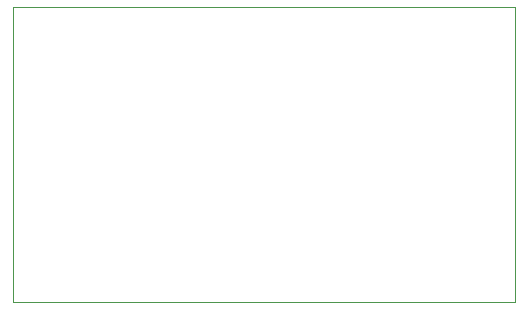
<source format=gbr>
%TF.GenerationSoftware,KiCad,Pcbnew,(5.1.9)-1*%
%TF.CreationDate,2021-05-27T00:27:26+03:00*%
%TF.ProjectId,5551m,35353531-6d2e-46b6-9963-61645f706362,rev?*%
%TF.SameCoordinates,Original*%
%TF.FileFunction,Profile,NP*%
%FSLAX46Y46*%
G04 Gerber Fmt 4.6, Leading zero omitted, Abs format (unit mm)*
G04 Created by KiCad (PCBNEW (5.1.9)-1) date 2021-05-27 00:27:26*
%MOMM*%
%LPD*%
G01*
G04 APERTURE LIST*
%TA.AperFunction,Profile*%
%ADD10C,0.050000*%
%TD*%
G04 APERTURE END LIST*
D10*
X145000000Y-77500000D02*
X102500000Y-77500000D01*
X145000000Y-102500000D02*
X145000000Y-77500000D01*
X102500000Y-102500000D02*
X145000000Y-102500000D01*
X102500000Y-77500000D02*
X102500000Y-102500000D01*
M02*

</source>
